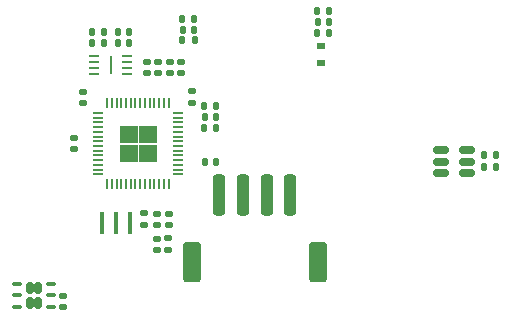
<source format=gtp>
%TF.GenerationSoftware,KiCad,Pcbnew,(6.0.6)*%
%TF.CreationDate,2022-08-27T18:47:02+08:00*%
%TF.ProjectId,Stealthburner_Toolhead_PCB,53746561-6c74-4686-9275-726e65725f54,rev?*%
%TF.SameCoordinates,Original*%
%TF.FileFunction,Paste,Top*%
%TF.FilePolarity,Positive*%
%FSLAX46Y46*%
G04 Gerber Fmt 4.6, Leading zero omitted, Abs format (unit mm)*
G04 Created by KiCad (PCBNEW (6.0.6)) date 2022-08-27 18:47:02*
%MOMM*%
%LPD*%
G01*
G04 APERTURE LIST*
G04 Aperture macros list*
%AMRoundRect*
0 Rectangle with rounded corners*
0 $1 Rounding radius*
0 $2 $3 $4 $5 $6 $7 $8 $9 X,Y pos of 4 corners*
0 Add a 4 corners polygon primitive as box body*
4,1,4,$2,$3,$4,$5,$6,$7,$8,$9,$2,$3,0*
0 Add four circle primitives for the rounded corners*
1,1,$1+$1,$2,$3*
1,1,$1+$1,$4,$5*
1,1,$1+$1,$6,$7*
1,1,$1+$1,$8,$9*
0 Add four rect primitives between the rounded corners*
20,1,$1+$1,$2,$3,$4,$5,0*
20,1,$1+$1,$4,$5,$6,$7,0*
20,1,$1+$1,$6,$7,$8,$9,0*
20,1,$1+$1,$8,$9,$2,$3,0*%
G04 Aperture macros list end*
%ADD10C,0.100000*%
%ADD11RoundRect,0.140000X-0.170000X0.140000X-0.170000X-0.140000X0.170000X-0.140000X0.170000X0.140000X0*%
%ADD12RoundRect,0.140000X0.170000X-0.140000X0.170000X0.140000X-0.170000X0.140000X-0.170000X-0.140000X0*%
%ADD13R,0.812800X0.177800*%
%ADD14R,0.177800X0.812800*%
%ADD15RoundRect,0.140000X-0.140000X-0.170000X0.140000X-0.170000X0.140000X0.170000X-0.140000X0.170000X0*%
%ADD16RoundRect,0.135000X0.135000X0.185000X-0.135000X0.185000X-0.135000X-0.185000X0.135000X-0.185000X0*%
%ADD17RoundRect,0.135000X-0.135000X-0.185000X0.135000X-0.185000X0.135000X0.185000X-0.135000X0.185000X0*%
%ADD18RoundRect,0.250000X-0.250000X-1.500000X0.250000X-1.500000X0.250000X1.500000X-0.250000X1.500000X0*%
%ADD19RoundRect,0.250001X-0.499999X-1.449999X0.499999X-1.449999X0.499999X1.449999X-0.499999X1.449999X0*%
%ADD20R,0.700000X0.600000*%
%ADD21RoundRect,0.140000X0.140000X0.170000X-0.140000X0.170000X-0.140000X-0.170000X0.140000X-0.170000X0*%
%ADD22RoundRect,0.135000X-0.185000X0.135000X-0.185000X-0.135000X0.185000X-0.135000X0.185000X0.135000X0*%
%ADD23R,0.400000X1.900000*%
%ADD24RoundRect,0.150000X-0.150000X-0.335000X0.150000X-0.335000X0.150000X0.335000X-0.150000X0.335000X0*%
%ADD25RoundRect,0.100000X-0.300000X-0.100000X0.300000X-0.100000X0.300000X0.100000X-0.300000X0.100000X0*%
%ADD26R,0.812800X0.254000*%
%ADD27R,0.203200X1.600200*%
%ADD28RoundRect,0.150000X-0.512500X-0.150000X0.512500X-0.150000X0.512500X0.150000X-0.512500X0.150000X0*%
G04 APERTURE END LIST*
%TO.C,U7*%
G36*
X113311000Y-109272400D02*
G01*
X111910800Y-109272400D01*
X111910800Y-107872200D01*
X113311000Y-107872200D01*
X113311000Y-109272400D01*
G37*
D10*
X113311000Y-109272400D02*
X111910800Y-109272400D01*
X111910800Y-107872200D01*
X113311000Y-107872200D01*
X113311000Y-109272400D01*
G36*
X113311000Y-110872600D02*
G01*
X111910800Y-110872600D01*
X111910800Y-109472400D01*
X113311000Y-109472400D01*
X113311000Y-110872600D01*
G37*
X113311000Y-110872600D02*
X111910800Y-110872600D01*
X111910800Y-109472400D01*
X113311000Y-109472400D01*
X113311000Y-110872600D01*
G36*
X111710800Y-109272400D02*
G01*
X110310600Y-109272400D01*
X110310600Y-107872200D01*
X111710800Y-107872200D01*
X111710800Y-109272400D01*
G37*
X111710800Y-109272400D02*
X110310600Y-109272400D01*
X110310600Y-107872200D01*
X111710800Y-107872200D01*
X111710800Y-109272400D01*
G36*
X111710800Y-110872600D02*
G01*
X110310600Y-110872600D01*
X110310600Y-109472400D01*
X111710800Y-109472400D01*
X111710800Y-110872600D01*
G37*
X111710800Y-110872600D02*
X110310600Y-110872600D01*
X110310600Y-109472400D01*
X111710800Y-109472400D01*
X111710800Y-110872600D01*
%TD*%
D11*
%TO.C,C24*%
X113434800Y-115296400D03*
X113434800Y-116256400D03*
%TD*%
D12*
%TO.C,C16*%
X114554000Y-103400800D03*
X114554000Y-102440800D03*
%TD*%
D13*
%TO.C,U7*%
X108407200Y-106772075D03*
X108407200Y-107172125D03*
X108407200Y-107572175D03*
X108407200Y-107972225D03*
X108407200Y-108372275D03*
X108407200Y-108772325D03*
X108407200Y-109172375D03*
X108407200Y-109572425D03*
X108407200Y-109972475D03*
X108407200Y-110372525D03*
X108407200Y-110772575D03*
X108407200Y-111172625D03*
X108407200Y-111572675D03*
X108407200Y-111972725D03*
D14*
X109210475Y-112776000D03*
X109610525Y-112776000D03*
X110010575Y-112776000D03*
X110410625Y-112776000D03*
X110810675Y-112776000D03*
X111210725Y-112776000D03*
X111610775Y-112776000D03*
X112010825Y-112776000D03*
X112410875Y-112776000D03*
X112810925Y-112776000D03*
X113210975Y-112776000D03*
X113611025Y-112776000D03*
X114011075Y-112776000D03*
X114411125Y-112776000D03*
D13*
X115214400Y-111972725D03*
X115214400Y-111572675D03*
X115214400Y-111172625D03*
X115214400Y-110772575D03*
X115214400Y-110372525D03*
X115214400Y-109972475D03*
X115214400Y-109572425D03*
X115214400Y-109172375D03*
X115214400Y-108772325D03*
X115214400Y-108372275D03*
X115214400Y-107972225D03*
X115214400Y-107572175D03*
X115214400Y-107172125D03*
X115214400Y-106772075D03*
D14*
X114411125Y-105968800D03*
X114011075Y-105968800D03*
X113611025Y-105968800D03*
X113210975Y-105968800D03*
X112810925Y-105968800D03*
X112410875Y-105968800D03*
X112010825Y-105968800D03*
X111610775Y-105968800D03*
X111210725Y-105968800D03*
X110810675Y-105968800D03*
X110410625Y-105968800D03*
X110010575Y-105968800D03*
X109610525Y-105968800D03*
X109210475Y-105968800D03*
%TD*%
D15*
%TO.C,C19*%
X117477600Y-110896400D03*
X118437600Y-110896400D03*
%TD*%
D16*
%TO.C,R5*%
X108968000Y-100838000D03*
X107948000Y-100838000D03*
%TD*%
D12*
%TO.C,C18*%
X115468400Y-103400800D03*
X115468400Y-102440800D03*
%TD*%
D17*
%TO.C,R14*%
X115579600Y-98806000D03*
X116599600Y-98806000D03*
%TD*%
D16*
%TO.C,R7*%
X128018000Y-98145600D03*
X126998000Y-98145600D03*
%TD*%
D18*
%TO.C,J11*%
X118716800Y-113685200D03*
X120716800Y-113685200D03*
X122716800Y-113685200D03*
X124716800Y-113685200D03*
D19*
X116366800Y-119435200D03*
X127066800Y-119435200D03*
%TD*%
D12*
%TO.C,C15*%
X112623600Y-103400800D03*
X112623600Y-102440800D03*
%TD*%
%TO.C,C23*%
X106426000Y-109852400D03*
X106426000Y-108892400D03*
%TD*%
D20*
%TO.C,D2*%
X127304800Y-102503200D03*
X127304800Y-101103200D03*
%TD*%
D17*
%TO.C,R12*%
X117447600Y-108051600D03*
X118467600Y-108051600D03*
%TD*%
D12*
%TO.C,C4*%
X113436400Y-118386800D03*
X113436400Y-117426800D03*
%TD*%
D11*
%TO.C,C29*%
X105511600Y-122252800D03*
X105511600Y-123212800D03*
%TD*%
D21*
%TO.C,C13*%
X118437600Y-107137200D03*
X117477600Y-107137200D03*
%TD*%
D16*
%TO.C,R4*%
X108968000Y-99923600D03*
X107948000Y-99923600D03*
%TD*%
D22*
%TO.C,R11*%
X112369600Y-115266400D03*
X112369600Y-116286400D03*
%TD*%
D17*
%TO.C,R8*%
X141120400Y-110337600D03*
X142140400Y-110337600D03*
%TD*%
D23*
%TO.C,Y1*%
X108780400Y-116081200D03*
X109980400Y-116081200D03*
X111180400Y-116081200D03*
%TD*%
D16*
%TO.C,R6*%
X128018000Y-99974400D03*
X126998000Y-99974400D03*
%TD*%
D21*
%TO.C,C17*%
X116558000Y-99720400D03*
X115598000Y-99720400D03*
%TD*%
D24*
%TO.C,U9*%
X103397400Y-122824800D03*
X103397400Y-121624800D03*
X102647400Y-122824800D03*
X102647400Y-121624800D03*
D25*
X101572400Y-121224800D03*
X101572400Y-122224800D03*
X101572400Y-123224800D03*
X104472400Y-123224800D03*
X104472400Y-122224800D03*
X104472400Y-121224800D03*
%TD*%
D16*
%TO.C,R10*%
X142140400Y-111353600D03*
X141120400Y-111353600D03*
%TD*%
D12*
%TO.C,C21*%
X113538000Y-103400800D03*
X113538000Y-102440800D03*
%TD*%
%TO.C,C20*%
X116433600Y-105890000D03*
X116433600Y-104930000D03*
%TD*%
D26*
%TO.C,U4*%
X108126400Y-101967599D03*
X108126400Y-102467600D03*
X108126400Y-102967600D03*
X108126400Y-103467601D03*
X110923200Y-103467601D03*
X110923200Y-102967600D03*
X110923200Y-102467600D03*
X110923200Y-101967599D03*
D27*
X109524800Y-102717600D03*
%TD*%
D17*
%TO.C,R15*%
X115590800Y-100634800D03*
X116610800Y-100634800D03*
%TD*%
D21*
%TO.C,C3*%
X111071600Y-99923600D03*
X110111600Y-99923600D03*
%TD*%
D15*
%TO.C,C11*%
X127028000Y-99060000D03*
X127988000Y-99060000D03*
%TD*%
D12*
%TO.C,C22*%
X107137200Y-105940800D03*
X107137200Y-104980800D03*
%TD*%
D28*
%TO.C,U5*%
X137444900Y-109946400D03*
X137444900Y-110896400D03*
X137444900Y-111846400D03*
X139719900Y-111846400D03*
X139719900Y-110896400D03*
X139719900Y-109946400D03*
%TD*%
D22*
%TO.C,R1*%
X114350800Y-117396800D03*
X114350800Y-118416800D03*
%TD*%
D21*
%TO.C,C2*%
X111071600Y-100838000D03*
X110111600Y-100838000D03*
%TD*%
D11*
%TO.C,C14*%
X114452400Y-115293200D03*
X114452400Y-116253200D03*
%TD*%
D17*
%TO.C,R9*%
X117447600Y-106220800D03*
X118467600Y-106220800D03*
%TD*%
M02*

</source>
